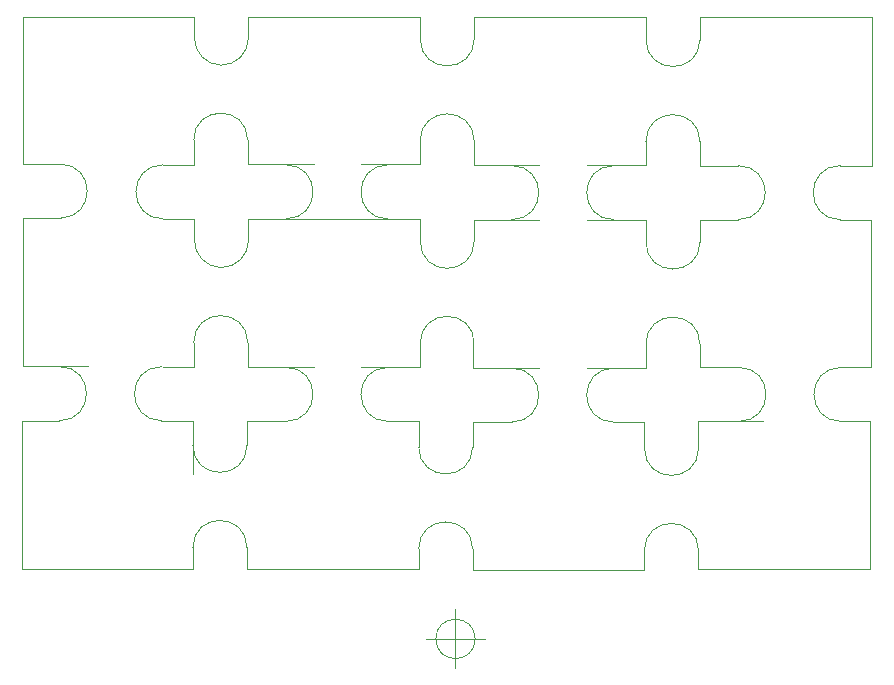
<source format=gbr>
%TF.GenerationSoftware,KiCad,Pcbnew,5.1.10-88a1d61d58~90~ubuntu20.04.1*%
%TF.CreationDate,2022-01-17T11:14:37+00:00*%
%TF.ProjectId,grove_adaptor_panel,67726f76-655f-4616-9461-70746f725f70,rev?*%
%TF.SameCoordinates,Original*%
%TF.FileFunction,Profile,NP*%
%FSLAX46Y46*%
G04 Gerber Fmt 4.6, Leading zero omitted, Abs format (unit mm)*
G04 Created by KiCad (PCBNEW 5.1.10-88a1d61d58~90~ubuntu20.04.1) date 2022-01-17 11:14:37*
%MOMM*%
%LPD*%
G01*
G04 APERTURE LIST*
%TA.AperFunction,Profile*%
%ADD10C,0.050000*%
%TD*%
G04 APERTURE END LIST*
D10*
X100149000Y-132565500D02*
X104149000Y-132565500D01*
X113728500Y-120078500D02*
X113728500Y-122110500D01*
X138493000Y-103022000D02*
X132969000Y-103022000D01*
X147507000Y-113534500D02*
G75*
G02*
X152079000Y-113534500I2286000J0D01*
G01*
X144783500Y-120142000D02*
G75*
G02*
X144783500Y-115570000I0J2286000D01*
G01*
X147507000Y-113471000D02*
X147510500Y-115522000D01*
X147510500Y-103022000D02*
X147510500Y-104835000D01*
X136147500Y-115566500D02*
G75*
G02*
X136147500Y-120138500I0J-2286000D01*
G01*
X132905500Y-113471000D02*
X132905500Y-115522000D01*
X132905500Y-115522000D02*
X138493000Y-115522000D01*
X142493000Y-103022000D02*
X147510500Y-103022000D01*
X132969000Y-104835000D02*
X132969000Y-103022000D01*
X142493000Y-115522000D02*
X147493000Y-115522000D01*
X152082500Y-104898500D02*
G75*
G02*
X147510500Y-104898500I-2286000J0D01*
G01*
X166687500Y-87693500D02*
X166684000Y-96326000D01*
X157670000Y-85877000D02*
X152146000Y-85877000D01*
X163960500Y-102997000D02*
G75*
G02*
X163960500Y-98425000I0J2286000D01*
G01*
X166684000Y-96326000D02*
X166687500Y-98425000D01*
X157670000Y-85877000D02*
X161670000Y-85877000D01*
X166687500Y-85877000D02*
X166687500Y-87690000D01*
X155324500Y-98421500D02*
G75*
G02*
X155324500Y-102993500I0J-2286000D01*
G01*
X152082500Y-96326000D02*
X152082500Y-98425000D01*
X152082500Y-98425000D02*
X155324500Y-98421500D01*
X161670000Y-85877000D02*
X166687500Y-85877000D01*
X152082500Y-87757000D02*
X152082500Y-85877000D01*
X163960500Y-98425000D02*
X166670000Y-98425000D01*
X138493000Y-85877000D02*
X132969000Y-85877000D01*
X147507000Y-96389500D02*
G75*
G02*
X152079000Y-96389500I2286000J0D01*
G01*
X144783500Y-102997000D02*
G75*
G02*
X144783500Y-98425000I0J2286000D01*
G01*
X147507000Y-96326000D02*
X147510500Y-98377000D01*
X138493000Y-85877000D02*
X142493000Y-85877000D01*
X147510500Y-85877000D02*
X147510500Y-87690000D01*
X136147500Y-98421500D02*
G75*
G02*
X136147500Y-102993500I0J-2286000D01*
G01*
X132965500Y-96329500D02*
X132969000Y-98377000D01*
X132969000Y-98377000D02*
X138493000Y-98377000D01*
X142493000Y-85877000D02*
X147510500Y-85877000D01*
X132969000Y-87690000D02*
X132969000Y-85877000D01*
X142493000Y-98377000D02*
X147493000Y-98377000D01*
X152082500Y-87753500D02*
G75*
G02*
X147510500Y-87753500I-2286000J0D01*
G01*
X109220000Y-113407500D02*
G75*
G02*
X113792000Y-113407500I2286000J0D01*
G01*
X119379500Y-102958500D02*
X113855500Y-102958500D01*
X128393500Y-113471000D02*
G75*
G02*
X132965500Y-113471000I2286000J0D01*
G01*
X113856381Y-104771499D02*
G75*
G02*
X109283501Y-104708001I-2286881J-1D01*
G01*
X125670000Y-120078500D02*
G75*
G02*
X125670000Y-115506500I0J2286000D01*
G01*
X128393500Y-113407500D02*
X128397000Y-115458500D01*
X119379500Y-102958500D02*
X123379500Y-102958500D01*
X128397000Y-102958500D02*
X128397000Y-104771500D01*
X117034000Y-115503000D02*
G75*
G02*
X117034000Y-120075000I0J-2286000D01*
G01*
X106616500Y-115503000D02*
X109220000Y-115503000D01*
X113792000Y-113407500D02*
X113792000Y-115458500D01*
X113792000Y-115458500D02*
X119379500Y-115458500D01*
X123379500Y-102958500D02*
X128397000Y-102958500D01*
X113855500Y-104771500D02*
X113855500Y-102958500D01*
X123379500Y-115458500D02*
X128379500Y-115458500D01*
X132969000Y-104835000D02*
G75*
G02*
X128397000Y-104835000I-2286000J0D01*
G01*
X106493000Y-120018500D02*
X109156500Y-120015000D01*
X94649000Y-124565500D02*
X94649000Y-120015000D01*
X109153000Y-130750000D02*
X109149000Y-132565500D01*
X94649000Y-132565500D02*
X100149000Y-132565500D01*
X94649000Y-124565500D02*
X94649000Y-128565500D01*
X97853499Y-120014999D02*
X94649000Y-120015000D01*
X109149000Y-120015000D02*
X109149000Y-124565500D01*
X104149000Y-132565500D02*
X109149000Y-132565500D01*
X94649000Y-128565500D02*
X94649000Y-132565500D01*
X155388000Y-115506500D02*
G75*
G02*
X155388000Y-120078500I0J-2286000D01*
G01*
X164024000Y-120082000D02*
G75*
G02*
X164024000Y-115510000I0J2286000D01*
G01*
X151955500Y-122368000D02*
G75*
G02*
X147383500Y-122368000I-2286000J0D01*
G01*
X147380000Y-131004000D02*
G75*
G02*
X151952000Y-131004000I2286000J0D01*
G01*
X97857000Y-115443000D02*
G75*
G02*
X97857000Y-120015000I0J-2286000D01*
G01*
X106493000Y-120018500D02*
G75*
G02*
X106493000Y-115446500I0J2286000D01*
G01*
X113728500Y-122114000D02*
G75*
G02*
X109156500Y-122114000I-2286000J0D01*
G01*
X109153000Y-130750000D02*
G75*
G02*
X113725000Y-130750000I2286000J0D01*
G01*
X128266500Y-130877000D02*
G75*
G02*
X132838500Y-130877000I2286000J0D01*
G01*
X132842000Y-122241000D02*
G75*
G02*
X128270000Y-122241000I-2286000J0D01*
G01*
X125670000Y-102937000D02*
G75*
G02*
X125670000Y-98365000I0J2286000D01*
G01*
X117034000Y-98361500D02*
G75*
G02*
X117034000Y-102933500I0J-2286000D01*
G01*
X97917001Y-98297119D02*
G75*
G02*
X97980499Y-102869999I-1J-2286881D01*
G01*
X106616500Y-102933500D02*
G75*
G02*
X106616500Y-98361500I0J2286000D01*
G01*
X94776000Y-111420500D02*
X94776000Y-115420500D01*
X109283500Y-102933500D02*
X109283501Y-104708001D01*
X97980499Y-102869999D02*
X94776000Y-102870000D01*
X94776000Y-107420500D02*
X94776000Y-111420500D01*
X94776000Y-115420500D02*
X100276000Y-115420500D01*
X109220000Y-113411000D02*
X109220000Y-115503000D01*
X94776000Y-107420500D02*
X94776000Y-102870000D01*
X106616500Y-102933500D02*
X109283500Y-102933500D01*
X113856381Y-87629999D02*
G75*
G02*
X109283501Y-87566501I-2286881J-1D01*
G01*
X128393500Y-96329500D02*
G75*
G02*
X132965500Y-96329500I2286000J0D01*
G01*
X132969000Y-87693500D02*
G75*
G02*
X128397000Y-87693500I-2286000J0D01*
G01*
X109220000Y-96266000D02*
G75*
G02*
X113792000Y-96266000I2286000J0D01*
G01*
X133048166Y-138493500D02*
G75*
G03*
X133048166Y-138493500I-1666666J0D01*
G01*
X128881500Y-138493500D02*
X133881500Y-138493500D01*
X131381500Y-135993500D02*
X131381500Y-140993500D01*
X166586500Y-107525500D02*
X166586500Y-111525500D01*
X166459500Y-124587500D02*
X166459500Y-128587500D01*
X94776000Y-90317000D02*
X94776000Y-94317000D01*
X138356000Y-132651000D02*
X142356000Y-132651000D01*
X119252500Y-132587500D02*
X123252500Y-132587500D01*
X157459500Y-132587500D02*
X161459500Y-132587500D01*
X119379500Y-85817000D02*
X123379500Y-85817000D01*
X100276000Y-85817000D02*
X104276000Y-85817000D01*
X161459500Y-132587500D02*
X166459500Y-132587500D01*
X142356000Y-132651000D02*
X147383500Y-132651000D01*
X123252500Y-132587500D02*
X128270000Y-132587500D01*
X164024000Y-115510000D02*
X166586500Y-115506500D01*
X123379500Y-98317000D02*
X128379500Y-98317000D01*
X151955500Y-132587500D02*
X157459500Y-132587500D01*
X132842000Y-132651500D02*
X138356000Y-132651000D01*
X113728500Y-132588000D02*
X119252500Y-132587500D01*
X152086500Y-115506500D02*
X155388000Y-115506500D01*
X113792000Y-98317000D02*
X119379500Y-98317000D01*
X166459500Y-120078500D02*
X166459500Y-124587500D01*
X147383500Y-120142000D02*
X147383500Y-122368000D01*
X128270000Y-120078500D02*
X128270000Y-122241000D01*
X166586500Y-102997000D02*
X166586500Y-107525500D01*
X128397000Y-85817000D02*
X128397000Y-87630000D01*
X166459500Y-128587500D02*
X166459500Y-132587500D01*
X147380000Y-131004000D02*
X147383500Y-132651500D01*
X128266500Y-130877000D02*
X128270000Y-132587500D01*
X166586500Y-111525500D02*
X166586500Y-115506500D01*
X128393500Y-96266000D02*
X128397000Y-98317000D01*
X157459500Y-120087500D02*
X151955500Y-120087500D01*
X136147500Y-120138500D02*
X132842000Y-120142000D01*
X117034000Y-120075000D02*
X113728500Y-120078500D01*
X155324500Y-102993500D02*
X152086500Y-102997000D01*
X119379500Y-85817000D02*
X113855500Y-85817000D01*
X151955500Y-122368000D02*
X151955500Y-120087500D01*
X132842000Y-122241000D02*
X132842000Y-120142000D01*
X152082500Y-104898500D02*
X152082500Y-102997000D01*
X113855500Y-87630000D02*
X113855500Y-85817000D01*
X164024000Y-120082000D02*
X166459500Y-120078500D01*
X144783500Y-120142000D02*
X147383500Y-120142000D01*
X125670000Y-120078500D02*
X128270000Y-120078500D01*
X163960500Y-102997000D02*
X166560500Y-102997000D01*
X123379500Y-85817000D02*
X128397000Y-85817000D01*
X151952000Y-131004000D02*
X151955500Y-132587500D01*
X132838500Y-130877000D02*
X132842000Y-132651500D01*
X113725000Y-130750000D02*
X113728500Y-132587500D01*
X152079000Y-113534500D02*
X152086500Y-115506500D01*
X113792000Y-96266000D02*
X113792000Y-98317000D01*
X109220000Y-96266000D02*
X109220000Y-98361500D01*
X109276000Y-85817000D02*
X109276000Y-87566500D01*
X94776000Y-94298000D02*
X94776000Y-98298000D01*
X94776000Y-90317000D02*
X94776000Y-85817000D01*
X100276000Y-85817000D02*
X94776000Y-85817000D01*
X104276000Y-85817000D02*
X109276000Y-85817000D01*
X106616500Y-98361500D02*
X109220000Y-98361500D01*
X94776000Y-98298000D02*
X97917000Y-98298000D01*
M02*

</source>
